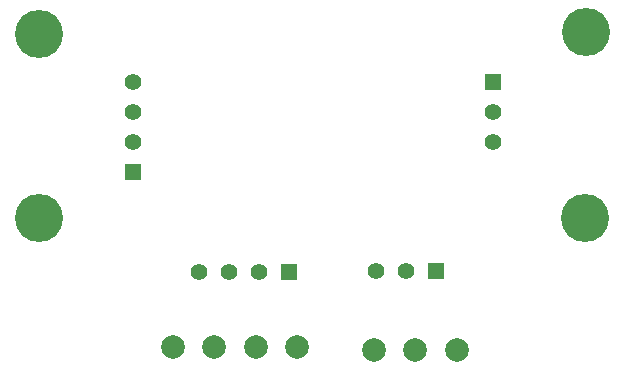
<source format=gtl>
G04 ( created by brdgerber.py ( brdgerber.py v0.1 2014-03-12 ) ) date 2021-02-22 12:09:10 EST*
G04 Gerber Fmt 3.4, Leading zero omitted, Abs format*
%MOIN*%
%FSLAX34Y34*%
G01*
G70*
G90*
G04 APERTURE LIST*
%ADD17C,0.0787*%
%ADD11C,0.1600*%
%ADD15C,0.0550*%
%ADD18C,0.0000*%
%ADD10C,0.0200*%
%ADD16C,0.0120*%
%ADD13C,0.0150*%
%ADD14R,0.0550X0.0550*%
%ADD12C,0.0100*%
G04 APERTURE END LIST*
G54D17*
D11*
X-08700Y-02100D03*
D11*
X09500Y-02100D03*
D11*
X-08700Y04050D03*
D11*
X09550Y04100D03*
D14*
X-00350Y-03900D03*
D15*
X-01350Y-03900D03*
D15*
X-02350Y-03900D03*
D15*
X-03350Y-03900D03*
D14*
X-05550Y-00550D03*
D15*
X-05550Y00450D03*
D15*
X-05550Y01450D03*
D15*
X-05550Y02450D03*
D14*
X04550Y-03850D03*
D15*
X03550Y-03850D03*
D15*
X02550Y-03850D03*
D14*
X06450Y02450D03*
D15*
X06450Y01450D03*
D15*
X06450Y00450D03*
D17*
X02472Y-06500D03*
D17*
X03850Y-06500D03*
D17*
X05228Y-06500D03*
D17*
X-04228Y-06400D03*
D17*
X-02850Y-06400D03*
D17*
X-01472Y-06400D03*
D17*
X-00094Y-06400D03*
M02*

</source>
